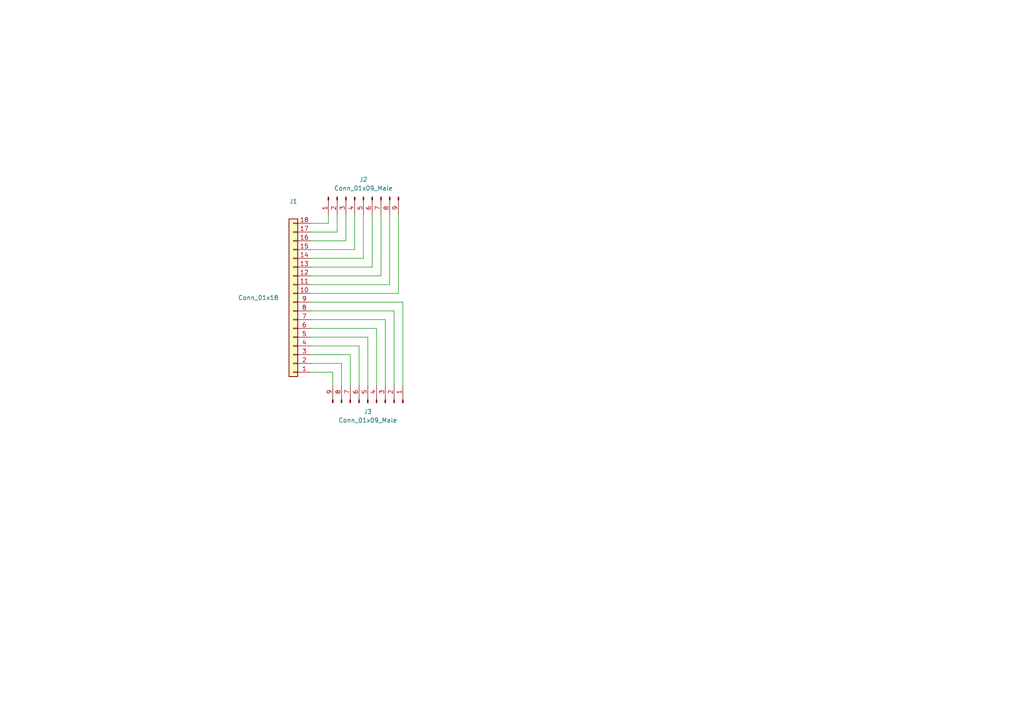
<source format=kicad_sch>
(kicad_sch (version 20211123) (generator eeschema)
  (paper "A4")
  (lib_symbols
    (symbol "Connector:Conn_01x09_Male" (pin_names (offset 1.016) hide)
      (property "Reference" "J" (at 0 12.7 0))
      (property "Value" "Conn_01x09_Male" (at 0 -12.7 0))
      (symbol "Conn_01x09_Male_1_1"
        (polyline (pts (xy 1.27 -10.16) (xy 0.8636 -10.16)) (stroke (width 0.1524)))
        (polyline (pts (xy 1.27 -7.62) (xy 0.8636 -7.62)) (stroke (width 0.1524)))
        (polyline (pts (xy 1.27 -5.08) (xy 0.8636 -5.08)) (stroke (width 0.1524)))
        (polyline (pts (xy 1.27 -2.54) (xy 0.8636 -2.54)) (stroke (width 0.1524)))
        (polyline (pts (xy 1.27 0) (xy 0.8636 0)) (stroke (width 0.1524)))
        (polyline (pts (xy 1.27 2.54) (xy 0.8636 2.54)) (stroke (width 0.1524)))
        (polyline (pts (xy 1.27 5.08) (xy 0.8636 5.08)) (stroke (width 0.1524)))
        (polyline (pts (xy 1.27 7.62) (xy 0.8636 7.62)) (stroke (width 0.1524)))
        (polyline (pts (xy 1.27 10.16) (xy 0.8636 10.16)) (stroke (width 0.1524)))
        (rectangle (start 0.8636 -10.033) (end 0 -10.287) (stroke (width 0.1524)) (fill (type outline)))
        (rectangle (start 0.8636 -7.493) (end 0 -7.747) (stroke (width 0.1524)) (fill (type outline)))
        (rectangle (start 0.8636 -4.953) (end 0 -5.207) (stroke (width 0.1524)) (fill (type outline)))
        (rectangle (start 0.8636 -2.413) (end 0 -2.667) (stroke (width 0.1524)) (fill (type outline)))
        (rectangle (start 0.8636 0.127) (end 0 -0.127) (stroke (width 0.1524)) (fill (type outline)))
        (rectangle (start 0.8636 2.667) (end 0 2.413) (stroke (width 0.1524)) (fill (type outline)))
        (rectangle (start 0.8636 5.207) (end 0 4.953) (stroke (width 0.1524)) (fill (type outline)))
        (rectangle (start 0.8636 7.747) (end 0 7.493) (stroke (width 0.1524)) (fill (type outline)))
        (rectangle (start 0.8636 10.287) (end 0 10.033) (stroke (width 0.1524)) (fill (type outline)))
        (pin passive line (at 5.08 10.16 180) (length 3.81) (name "Pin_1") (number "1"))
        (pin passive line (at 5.08 7.62 180) (length 3.81) (name "Pin_2") (number "2"))
        (pin passive line (at 5.08 5.08 180) (length 3.81) (name "Pin_3") (number "3"))
        (pin passive line (at 5.08 2.54 180) (length 3.81) (name "Pin_4") (number "4"))
        (pin passive line (at 5.08 0 180) (length 3.81) (name "Pin_5") (number "5"))
        (pin passive line (at 5.08 -2.54 180) (length 3.81) (name "Pin_6") (number "6"))
        (pin passive line (at 5.08 -5.08 180) (length 3.81) (name "Pin_7") (number "7"))
        (pin passive line (at 5.08 -7.62 180) (length 3.81) (name "Pin_8") (number "8"))
        (pin passive line (at 5.08 -10.16 180) (length 3.81) (name "Pin_9") (number "9"))
      )
    )
    (symbol "Connector_Generic:Conn_01x18" (pin_names (offset 1.016) hide)
      (property "Reference" "J" (at 0 22.86 0))
      (property "Value" "Conn_01x18" (at 0 -25.4 0))
      (symbol "Conn_01x18_1_1"
        (rectangle (start -1.27 -22.733) (end 0 -22.987) (stroke (width 0.1524)))
        (rectangle (start -1.27 -20.193) (end 0 -20.447) (stroke (width 0.1524)))
        (rectangle (start -1.27 -17.653) (end 0 -17.907) (stroke (width 0.1524)))
        (rectangle (start -1.27 -15.113) (end 0 -15.367) (stroke (width 0.1524)))
        (rectangle (start -1.27 -12.573) (end 0 -12.827) (stroke (width 0.1524)))
        (rectangle (start -1.27 -10.033) (end 0 -10.287) (stroke (width 0.1524)))
        (rectangle (start -1.27 -7.493) (end 0 -7.747) (stroke (width 0.1524)))
        (rectangle (start -1.27 -4.953) (end 0 -5.207) (stroke (width 0.1524)))
        (rectangle (start -1.27 -2.413) (end 0 -2.667) (stroke (width 0.1524)))
        (rectangle (start -1.27 0.127) (end 0 -0.127) (stroke (width 0.1524)))
        (rectangle (start -1.27 2.667) (end 0 2.413) (stroke (width 0.1524)))
        (rectangle (start -1.27 5.207) (end 0 4.953) (stroke (width 0.1524)))
        (rectangle (start -1.27 7.747) (end 0 7.493) (stroke (width 0.1524)))
        (rectangle (start -1.27 10.287) (end 0 10.033) (stroke (width 0.1524)))
        (rectangle (start -1.27 12.827) (end 0 12.573) (stroke (width 0.1524)))
        (rectangle (start -1.27 15.367) (end 0 15.113) (stroke (width 0.1524)))
        (rectangle (start -1.27 17.907) (end 0 17.653) (stroke (width 0.1524)))
        (rectangle (start -1.27 20.447) (end 0 20.193) (stroke (width 0.1524)))
        (rectangle (start -1.27 21.59) (end 1.27 -24.13) (stroke (width 0.254)) (fill (type background)))
        (pin passive line (at -5.08 20.32 0) (length 3.81) (name "Pin_1") (number "1"))
        (pin passive line (at -5.08 -2.54 0) (length 3.81) (name "Pin_10") (number "10"))
        (pin passive line (at -5.08 -5.08 0) (length 3.81) (name "Pin_11") (number "11"))
        (pin passive line (at -5.08 -7.62 0) (length 3.81) (name "Pin_12") (number "12"))
        (pin passive line (at -5.08 -10.16 0) (length 3.81) (name "Pin_13") (number "13"))
        (pin passive line (at -5.08 -12.7 0) (length 3.81) (name "Pin_14") (number "14"))
        (pin passive line (at -5.08 -15.24 0) (length 3.81) (name "Pin_15") (number "15"))
        (pin passive line (at -5.08 -17.78 0) (length 3.81) (name "Pin_16") (number "16"))
        (pin passive line (at -5.08 -20.32 0) (length 3.81) (name "Pin_17") (number "17"))
        (pin passive line (at -5.08 -22.86 0) (length 3.81) (name "Pin_18") (number "18"))
        (pin passive line (at -5.08 17.78 0) (length 3.81) (name "Pin_2") (number "2"))
        (pin passive line (at -5.08 15.24 0) (length 3.81) (name "Pin_3") (number "3"))
        (pin passive line (at -5.08 12.7 0) (length 3.81) (name "Pin_4") (number "4"))
        (pin passive line (at -5.08 10.16 0) (length 3.81) (name "Pin_5") (number "5"))
        (pin passive line (at -5.08 7.62 0) (length 3.81) (name "Pin_6") (number "6"))
        (pin passive line (at -5.08 5.08 0) (length 3.81) (name "Pin_7") (number "7"))
        (pin passive line (at -5.08 2.54 0) (length 3.81) (name "Pin_8") (number "8"))
        (pin passive line (at -5.08 0 0) (length 3.81) (name "Pin_9") (number "9"))
      )
    )
  )
  (wire (pts (xy 111.76 92.71) (xy 111.76 111.76)))
  (wire (pts (xy 116.84 87.63) (xy 116.84 111.76)))
  (wire (pts (xy 97.79 62.23) (xy 97.79 67.31)))
  (wire (pts (xy 110.49 80.01) (xy 110.49 62.23)))
  (wire (pts (xy 100.33 69.85) (xy 100.33 62.23)))
  (wire (pts (xy 107.95 77.47) (xy 107.95 62.23)))
  (wire (pts (xy 90.17 100.33) (xy 104.14 100.33)))
  (wire (pts (xy 90.17 69.85) (xy 100.33 69.85)))
  (wire (pts (xy 95.25 64.77) (xy 90.17 64.77)))
  (wire (pts (xy 90.17 95.25) (xy 109.22 95.25)))
  (wire (pts (xy 90.17 97.79) (xy 106.68 97.79)))
  (wire (pts (xy 96.52 107.95) (xy 96.52 111.76)))
  (wire (pts (xy 90.17 80.01) (xy 110.49 80.01)))
  (wire (pts (xy 109.22 95.25) (xy 109.22 111.76)))
  (wire (pts (xy 90.17 90.17) (xy 114.3 90.17)))
  (wire (pts (xy 106.68 97.79) (xy 106.68 111.76)))
  (wire (pts (xy 90.17 92.71) (xy 111.76 92.71)))
  (wire (pts (xy 90.17 107.95) (xy 96.52 107.95)))
  (wire (pts (xy 104.14 100.33) (xy 104.14 111.76)))
  (wire (pts (xy 114.3 90.17) (xy 114.3 111.76)))
  (wire (pts (xy 90.17 105.41) (xy 99.06 105.41)))
  (wire (pts (xy 90.17 67.31) (xy 97.79 67.31)))
  (wire (pts (xy 101.6 102.87) (xy 101.6 111.76)))
  (wire (pts (xy 115.57 85.09) (xy 115.57 62.23)))
  (wire (pts (xy 113.03 82.55) (xy 113.03 62.23)))
  (wire (pts (xy 90.17 102.87) (xy 101.6 102.87)))
  (wire (pts (xy 90.17 74.93) (xy 105.41 74.93)))
  (wire (pts (xy 95.25 62.23) (xy 95.25 64.77)))
  (wire (pts (xy 90.17 72.39) (xy 102.87 72.39)))
  (wire (pts (xy 90.17 85.09) (xy 115.57 85.09)))
  (wire (pts (xy 99.06 105.41) (xy 99.06 111.76)))
  (wire (pts (xy 90.17 77.47) (xy 107.95 77.47)))
  (wire (pts (xy 102.87 72.39) (xy 102.87 62.23)))
  (wire (pts (xy 105.41 74.93) (xy 105.41 62.23)))
  (wire (pts (xy 90.17 87.63) (xy 116.84 87.63)))
  (wire (pts (xy 90.17 82.55) (xy 113.03 82.55)))
  (symbol (lib_id "Connector:Conn_01x09_Male") (at 106.68 116.84 270) (mirror x) (unit 1)
    (property "Reference" "J3" (at 106.68 119.38 90))
    (property "Value" "Conn_01x09_Male" (at 106.68 121.92 90))
    (property "Footprint" "Connector_PinSocket_2.54mm:PinSocket_1x09_P2.54mm_Vertical" (effects hide))
  )
  (symbol (lib_id "Connector_Generic:Conn_01x18") (at 85.09 87.63 180) (unit 1)
    (property "Reference" "J1" (at 85.09 58.42 0))
    (property "Value" "Conn_01x18" (at 74.93 86.36 0))
    (property "Footprint" "Connector_PinHeader_2.54mm:PinHeader_1x18_P2.54mm_Horizontal" (effects hide))
  )
  (symbol (lib_id "Connector:Conn_01x09_Male") (at 105.41 57.15 90) (mirror x) (unit 1)
    (property "Reference" "J2" (at 105.41 52.07 90))
    (property "Value" "Conn_01x09_Male" (at 105.41 54.61 90))
    (property "Footprint" "Connector_PinSocket_2.54mm:PinSocket_1x09_P2.54mm_Vertical" (effects hide))
  )
)
</source>
